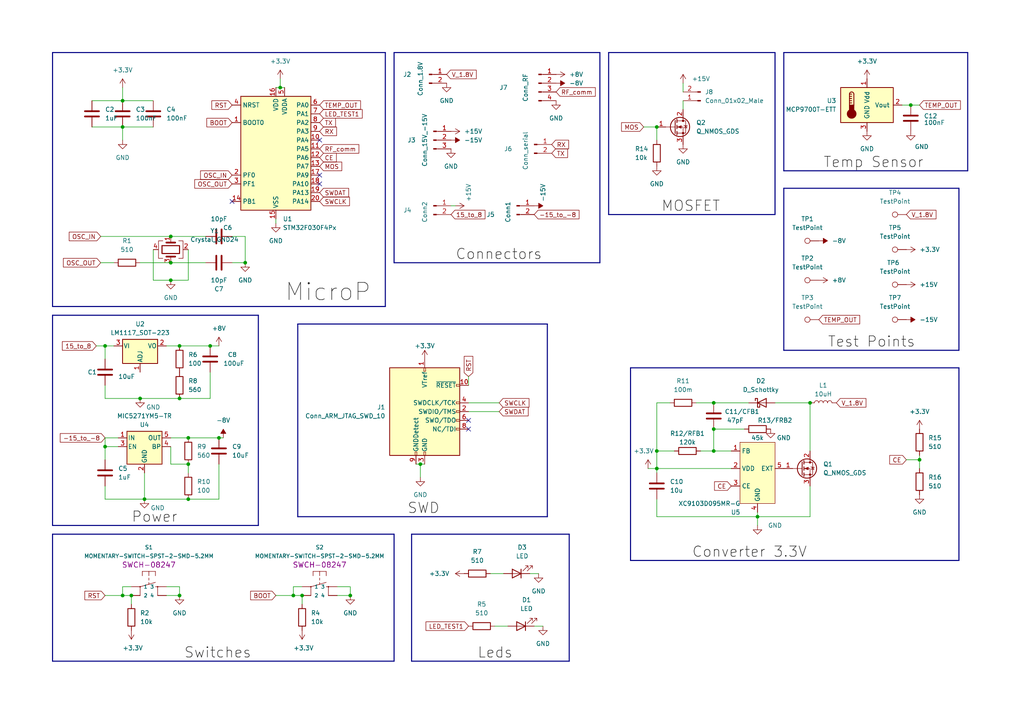
<source format=kicad_sch>
(kicad_sch (version 20230121) (generator eeschema)
  (paper "A4")
  (lib_symbols
    (symbol "Connector:Conn_01x02_Male" (pin_names (offset 1.016) hide)
      (property "Reference" "J" (at 0 2.54 0))
      (property "Value" "Conn_01x02_Male" (at 0 -5.08 0))
      (symbol "Conn_01x02_Male_1_1"
        (pin passive line (at 5.08 0 180) (length 3.81) (name "Pin_1") (number "1"))
        (pin passive line (at 5.08 -2.54 180) (length 3.81) (name "Pin_2") (number "2"))
      )
    )
    (symbol "Connector:Conn_01x03_Male" (pin_names (offset 1.016) hide)
      (property "Reference" "J" (at 0 5.08 0))
      (property "Value" "Conn_01x03_Male" (at 0 -5.08 0))
      (symbol "Conn_01x03_Male_1_1"
        (pin passive line (at 5.08 2.54 180) (length 3.81) (name "Pin_1") (number "1"))
        (pin passive line (at 5.08 0 180) (length 3.81) (name "Pin_2") (number "2"))
        (pin passive line (at 5.08 -2.54 180) (length 3.81) (name "Pin_3") (number "3"))
      )
    )
    (symbol "Connector:Conn_01x04_Male" (pin_names (offset 1.016) hide)
      (property "Reference" "J" (at 0 5.08 0))
      (property "Value" "Conn_01x04_Male" (at 0 -7.62 0))
      (symbol "Conn_01x04_Male_1_1"
        (pin passive line (at 5.08 2.54 180) (length 3.81) (name "Pin_1") (number "1"))
        (pin passive line (at 5.08 0 180) (length 3.81) (name "Pin_2") (number "2"))
        (pin passive line (at 5.08 -2.54 180) (length 3.81) (name "Pin_3") (number "3"))
        (pin passive line (at 5.08 -5.08 180) (length 3.81) (name "Pin_4") (number "4"))
      )
    )
    (symbol "Connector:Conn_ARM_JTAG_SWD_10" (pin_names (offset 1.016))
      (property "Reference" "J" (at -2.54 16.51 0))
      (property "Value" "Conn_ARM_JTAG_SWD_10" (at -2.54 13.97 0))
      (symbol "Conn_ARM_JTAG_SWD_10_1_1"
        (pin power_in line (at 0 15.24 270) (length 2.54) (name "VTref") (number "1"))
        (pin open_collector line (at 12.7 7.62 180) (length 2.54) (name "~{RESET}") (number "10"))
        (pin bidirectional line (at 12.7 0 180) (length 2.54) (name "SWDIO/TMS") (number "2"))
        (pin power_in line (at 0 -15.24 90) (length 2.54) (name "GND") (number "3"))
        (pin output line (at 12.7 2.54 180) (length 2.54) (name "SWDCLK/TCK") (number "4"))
        (pin passive line (at 0 -15.24 90) (length 2.54) hide (name "GND") (number "5"))
        (pin input line (at 12.7 -2.54 180) (length 2.54) (name "SWO/TDO") (number "6"))
        (pin no_connect line (at -10.16 0 0) (length 2.54) hide (name "KEY") (number "7"))
        (pin output line (at 12.7 -5.08 180) (length 2.54) (name "NC/TDI") (number "8"))
        (pin passive line (at -2.54 -15.24 90) (length 2.54) (name "GNDDetect") (number "9"))
      )
    )
    (symbol "Connector:TestPoint" (pin_numbers hide) (pin_names (offset 0.762) hide)
      (property "Reference" "TP" (at 0 6.858 0))
      (property "Value" "TestPoint" (at 0 5.08 0))
      (symbol "TestPoint_1_1"
        (pin passive line (at 0 0 90) (length 2.54) (name "1") (number "1"))
      )
    )
    (symbol "Device:C" (pin_numbers hide) (pin_names (offset 0.254))
      (property "Reference" "C" (at 0.635 2.54 0))
      (property "Value" "C" (at 0.635 -2.54 0))
      (symbol "C_1_1"
        (pin passive line (at 0 3.81 270) (length 2.794) (name "~") (number "1"))
        (pin passive line (at 0 -3.81 90) (length 2.794) (name "~") (number "2"))
      )
    )
    (symbol "Device:Crystal_GND24" (pin_names (offset 1.016) hide)
      (property "Reference" "Y" (at 3.175 5.08 0))
      (property "Value" "Crystal_GND24" (at 3.175 3.175 0))
      (symbol "Crystal_GND24_1_1"
        (pin passive line (at -3.81 0 0) (length 1.27) (name "1") (number "1"))
        (pin passive line (at 0 5.08 270) (length 1.27) (name "2") (number "2"))
        (pin passive line (at 3.81 0 180) (length 1.27) (name "3") (number "3"))
        (pin passive line (at 0 -5.08 90) (length 1.27) (name "4") (number "4"))
      )
    )
    (symbol "Device:D_Schottky" (pin_numbers hide) (pin_names (offset 1.016) hide)
      (property "Reference" "D" (at 0 2.54 0))
      (property "Value" "D_Schottky" (at 0 -2.54 0))
      (symbol "D_Schottky_1_1"
        (pin passive line (at -3.81 0 0) (length 2.54) (name "K") (number "1"))
        (pin passive line (at 3.81 0 180) (length 2.54) (name "A") (number "2"))
      )
    )
    (symbol "Device:L" (pin_numbers hide) (pin_names (offset 1.016) hide)
      (property "Reference" "L" (at -1.27 0 90))
      (property "Value" "L" (at 1.905 0 90))
      (symbol "L_1_1"
        (pin passive line (at 0 3.81 270) (length 1.27) (name "1") (number "1"))
        (pin passive line (at 0 -3.81 90) (length 1.27) (name "2") (number "2"))
      )
    )
    (symbol "Device:LED" (pin_numbers hide) (pin_names (offset 1.016) hide)
      (property "Reference" "D" (at 0 2.54 0))
      (property "Value" "LED" (at 0 -2.54 0))
      (symbol "LED_1_1"
        (pin passive line (at -3.81 0 0) (length 2.54) (name "K") (number "1"))
        (pin passive line (at 3.81 0 180) (length 2.54) (name "A") (number "2"))
      )
    )
    (symbol "Device:Q_NMOS_GDS" (pin_names (offset 0) hide)
      (property "Reference" "Q" (at 5.08 1.27 0))
      (property "Value" "Q_NMOS_GDS" (at 5.08 -1.27 0))
      (symbol "Q_NMOS_GDS_1_1"
        (pin input line (at -5.08 0 0) (length 2.54) (name "G") (number "1"))
        (pin passive line (at 2.54 5.08 270) (length 2.54) (name "D") (number "2"))
        (pin passive line (at 2.54 -5.08 90) (length 2.54) (name "S") (number "3"))
      )
    )
    (symbol "Device:R" (pin_numbers hide) (pin_names (offset 0))
      (property "Reference" "R" (at 2.032 0 90))
      (property "Value" "R" (at 0 0 90))
      (symbol "R_1_1"
        (pin passive line (at 0 3.81 270) (length 1.27) (name "~") (number "1"))
        (pin passive line (at 0 -3.81 90) (length 1.27) (name "~") (number "2"))
      )
    )
    (symbol "MCU_ST_STM32F0:STM32F030F4Px"
      (property "Reference" "U" (at -10.16 16.51 0))
      (property "Value" "STM32F030F4Px" (at 5.08 16.51 0))
      (symbol "STM32F030F4Px_1_1"
        (pin input line (at -12.7 7.62 0) (length 2.54) (name "BOOT0") (number "1"))
        (pin bidirectional line (at 12.7 2.54 180) (length 2.54) (name "PA4") (number "10"))
        (pin bidirectional line (at 12.7 0 180) (length 2.54) (name "PA5") (number "11"))
        (pin bidirectional line (at 12.7 -2.54 180) (length 2.54) (name "PA6") (number "12"))
        (pin bidirectional line (at 12.7 -5.08 180) (length 2.54) (name "PA7") (number "13"))
        (pin bidirectional line (at -12.7 -15.24 0) (length 2.54) (name "PB1") (number "14"))
        (pin power_in line (at 0 -20.32 90) (length 2.54) (name "VSS") (number "15"))
        (pin power_in line (at 0 17.78 270) (length 2.54) (name "VDD") (number "16"))
        (pin bidirectional line (at 12.7 -7.62 180) (length 2.54) (name "PA9") (number "17"))
        (pin bidirectional line (at 12.7 -10.16 180) (length 2.54) (name "PA10") (number "18"))
        (pin bidirectional line (at 12.7 -12.7 180) (length 2.54) (name "PA13") (number "19"))
        (pin input line (at -12.7 -7.62 0) (length 2.54) (name "PF0") (number "2"))
        (pin bidirectional line (at 12.7 -15.24 180) (length 2.54) (name "PA14") (number "20"))
        (pin input line (at -12.7 -10.16 0) (length 2.54) (name "PF1") (number "3"))
        (pin input line (at -12.7 12.7 0) (length 2.54) (name "NRST") (number "4"))
        (pin power_in line (at 2.54 17.78 270) (length 2.54) (name "VDDA") (number "5"))
        (pin bidirectional line (at 12.7 12.7 180) (length 2.54) (name "PA0") (number "6"))
        (pin bidirectional line (at 12.7 10.16 180) (length 2.54) (name "PA1") (number "7"))
        (pin bidirectional line (at 12.7 7.62 180) (length 2.54) (name "PA2") (number "8"))
        (pin bidirectional line (at 12.7 5.08 180) (length 2.54) (name "PA3") (number "9"))
      )
    )
    (symbol "New_Library:XC9103D095MR-G"
      (property "Reference" "U" (at 22.86 8.89 0))
      (property "Value" "XC9103D095MR-G" (at 22.86 13.97 0))
      (symbol "XC9103D095MR-G_1_1"
        (pin unspecified line (at -24.13 -5.08 0) (length 2.54) (name "FB") (number "1"))
        (pin input line (at -24.13 -10.16 0) (length 2.54) (name "VDD") (number "2"))
        (pin input line (at -24.13 -15.24 0) (length 2.54) (name "CE") (number "3"))
        (pin power_in line (at -16.51 -22.86 90) (length 2.54) (name "GND") (number "4"))
        (pin output line (at -8.89 -10.16 180) (length 2.54) (name "EXT") (number "5"))
      )
    )
    (symbol "Regulator_Linear:LM317_SOT-223" (pin_names (offset 0.254))
      (property "Reference" "U" (at -3.81 3.175 0))
      (property "Value" "LM317_SOT-223" (at 0 3.175 0))
      (symbol "LM317_SOT-223_1_1"
        (pin input line (at 0 -7.62 90) (length 2.54) (name "ADJ") (number "1"))
        (pin power_out line (at 7.62 0 180) (length 2.54) (name "VO") (number "2"))
        (pin power_in line (at -7.62 0 0) (length 2.54) (name "VI") (number "3"))
      )
    )
    (symbol "Regulator_Linear:MIC5205-3.0YM5" (pin_names (offset 0.254))
      (property "Reference" "U" (at -3.81 5.715 0))
      (property "Value" "MIC5205-3.0YM5" (at 0 5.715 0))
      (symbol "MIC5205-3.0YM5_1_1"
        (pin power_in line (at -7.62 2.54 0) (length 2.54) (name "IN") (number "1"))
        (pin power_in line (at 0 -7.62 90) (length 2.54) (name "GND") (number "2"))
        (pin input line (at -7.62 0 0) (length 2.54) (name "EN") (number "3"))
        (pin input line (at 7.62 0 180) (length 2.54) (name "BP") (number "4"))
        (pin power_out line (at 7.62 2.54 180) (length 2.54) (name "OUT") (number "5"))
      )
    )
    (symbol "Sensor_Temperature:MCP9700T-ETT" (pin_names (offset 1.016))
      (property "Reference" "U" (at -6.35 6.35 0))
      (property "Value" "MCP9700T-ETT" (at 1.27 6.35 0))
      (symbol "MCP9700T-ETT_1_1"
        (pin power_in line (at 0 7.62 270) (length 2.54) (name "Vdd") (number "1"))
        (pin output line (at 10.16 0 180) (length 2.54) (name "Vout") (number "2"))
        (pin power_in line (at 0 -7.62 90) (length 2.54) (name "GND") (number "3"))
      )
    )
    (symbol "SparkFun-Switches:MOMENTARY-SWITCH-SPST-2-SMD-5.2MM" (pin_numbers hide) (pin_names (offset 1.016))
      (property "Reference" "S" (at -5.08 1.27 0))
      (property "Value" "MOMENTARY-SWITCH-SPST-2-SMD-5.2MM" (at -5.08 -5.08 0))
      (property "Field4" "SWCH-08247" (at 0 7.62 0))
      (symbol "MOMENTARY-SWITCH-SPST-2-SMD-5.2MM_1_1"
        (pin passive line (at -5.08 0 0) (length 2.54) (name "1") (number "1"))
        (pin passive line (at -5.08 -2.54 0) (length 2.54) (name "2") (number "2"))
        (pin passive line (at 5.08 0 180) (length 2.54) (name "3") (number "3"))
        (pin passive line (at 5.08 -2.54 180) (length 2.54) (name "4") (number "4"))
      )
    )
    (symbol "power:+15V" (power) (pin_names (offset 0))
      (property "Value" "+15V" (at 0 3.556 0))
      (symbol "+15V_1_1"
        (pin power_in line (at 0 0 90) (length 0) hide (name "+15V") (number "1"))
      )
    )
    (symbol "power:+3.3V" (power) (pin_names (offset 0))
      (property "Value" "+3.3V" (at 0 3.556 0))
      (symbol "+3.3V_1_1"
        (pin power_in line (at 0 0 90) (length 0) hide (name "+3.3V") (number "1"))
      )
    )
    (symbol "power:+8V" (power) (pin_names (offset 0))
      (property "Value" "+8V" (at 0 3.556 0))
      (symbol "+8V_1_1"
        (pin power_in line (at 0 0 90) (length 0) hide (name "+8V") (number "1"))
      )
    )
    (symbol "power:-15V" (power) (pin_names (offset 0))
      (property "Value" "-15V" (at 0 3.81 0))
      (symbol "-15V_0_0"
        (pin power_in line (at 0 0 90) (length 0) hide (name "-15V") (number "1"))
      )
    )
    (symbol "power:-8V" (power) (pin_names (offset 0))
      (property "Value" "-8V" (at 0 3.81 0))
      (symbol "-8V_0_0"
        (pin power_in line (at 0 0 90) (length 0) hide (name "-8V") (number "1"))
      )
    )
    (symbol "power:GND" (power) (pin_names (offset 0))
      (property "Value" "GND" (at 0 -3.81 0))
      (symbol "GND_1_1"
        (pin power_in line (at 0 0 270) (length 0) hide (name "GND") (number "1"))
      )
    )
  )
  (junction (at 54.61 134.62))
  (junction (at 190.5 135.89))
  (junction (at 38.1 172.72))
  (junction (at 264.16 30.48))
  (junction (at 40.64 115.57))
  (junction (at 266.7 133.35))
  (junction (at 190.5 130.81))
  (junction (at 71.12 76.2))
  (junction (at 63.5 127))
  (junction (at 60.96 100.33))
  (junction (at 219.71 149.86))
  (junction (at 121.92 134.62))
  (junction (at 30.48 129.54))
  (junction (at 49.53 68.58))
  (junction (at 52.07 115.57))
  (junction (at 52.07 172.72))
  (junction (at 85.09 172.72))
  (junction (at 87.63 172.72))
  (junction (at 35.56 29.21))
  (junction (at 35.56 36.83))
  (junction (at 190.5 36.83))
  (junction (at 81.28 25.4))
  (junction (at 52.07 100.33))
  (junction (at 207.01 116.84))
  (junction (at 49.53 76.2))
  (junction (at 54.61 144.78))
  (junction (at 54.61 127))
  (junction (at 35.56 172.72))
  (junction (at 101.6 172.72))
  (junction (at 207.01 130.81))
  (junction (at 234.95 116.84))
  (junction (at 30.48 100.33))
  (junction (at 49.53 81.28))
  (junction (at 207.01 124.46))
  (junction (at 41.91 144.78))
  (no_connect (at 135.89 121.92))
  (no_connect (at 135.89 124.46))
  (no_connect (at 92.71 53.34))
  (no_connect (at 92.71 40.64))
  (no_connect (at 67.31 58.42))
  (no_connect (at 92.71 50.8))
  (wire (pts (xy 67.31 76.2) (xy 71.12 76.2)))
  (wire (pts (xy 207.01 116.84) (xy 217.17 116.84)))
  (wire (pts (xy 143.51 181.61) (xy 147.32 181.61)))
  (wire (pts (xy 26.67 36.83) (xy 35.56 36.83)))
  (wire (pts (xy 26.67 29.21) (xy 35.56 29.21)))
  (wire (pts (xy 101.6 170.18) (xy 101.6 172.72)))
  (wire (pts (xy 63.5 127) (xy 64.77 127)))
  (bus (pts (xy 227.33 101.6) (xy 278.13 101.6)))
  (wire (pts (xy 85.09 170.18) (xy 85.09 172.72)))
  (wire (pts (xy 29.21 76.2) (xy 33.02 76.2)))
  (bus (pts (xy 114.3 154.94) (xy 114.3 191.77)))
  (wire (pts (xy 219.71 149.86) (xy 219.71 152.4)))
  (wire (pts (xy 207.01 124.46) (xy 207.01 130.81)))
  (wire (pts (xy 262.89 133.35) (xy 266.7 133.35)))
  (wire (pts (xy 40.64 115.57) (xy 30.48 115.57)))
  (bus (pts (xy 176.53 15.24) (xy 176.53 62.23)))
  (wire (pts (xy 35.56 36.83) (xy 35.56 40.64)))
  (wire (pts (xy 52.07 100.33) (xy 60.96 100.33)))
  (wire (pts (xy 40.64 76.2) (xy 49.53 76.2)))
  (wire (pts (xy 121.92 138.43) (xy 121.92 134.62)))
  (bus (pts (xy 114.3 15.24) (xy 173.99 15.24)))
  (wire (pts (xy 54.61 81.28) (xy 49.53 81.28)))
  (bus (pts (xy 119.38 154.94) (xy 165.1 154.94)))
  (wire (pts (xy 135.89 109.22) (xy 135.89 111.76)))
  (wire (pts (xy 52.07 170.18) (xy 52.07 172.72)))
  (wire (pts (xy 194.31 116.84) (xy 190.5 116.84)))
  (wire (pts (xy 198.12 24.13) (xy 198.12 26.67)))
  (bus (pts (xy 176.53 15.24) (xy 224.79 15.24)))
  (wire (pts (xy 87.63 170.18) (xy 85.09 170.18)))
  (wire (pts (xy 201.93 116.84) (xy 207.01 116.84)))
  (wire (pts (xy 190.5 130.81) (xy 190.5 135.89)))
  (bus (pts (xy 74.93 91.44) (xy 74.93 152.4)))
  (wire (pts (xy 60.96 115.57) (xy 60.96 107.95)))
  (wire (pts (xy 234.95 149.86) (xy 234.95 140.97)))
  (wire (pts (xy 30.48 129.54) (xy 30.48 127)))
  (wire (pts (xy 135.89 116.84) (xy 144.78 116.84)))
  (wire (pts (xy 30.48 100.33) (xy 30.48 104.14)))
  (wire (pts (xy 30.48 127) (xy 34.29 127)))
  (wire (pts (xy 80.01 172.72) (xy 85.09 172.72)))
  (wire (pts (xy 190.5 137.16) (xy 190.5 135.89)))
  (wire (pts (xy 97.79 170.18) (xy 101.6 170.18)))
  (wire (pts (xy 54.61 134.62) (xy 54.61 137.16)))
  (wire (pts (xy 264.16 30.48) (xy 266.7 30.48)))
  (wire (pts (xy 219.71 149.86) (xy 190.5 149.86)))
  (wire (pts (xy 207.01 130.81) (xy 212.09 130.81)))
  (wire (pts (xy 29.21 68.58) (xy 49.53 68.58)))
  (wire (pts (xy 190.5 130.81) (xy 195.58 130.81)))
  (bus (pts (xy 227.33 49.53) (xy 280.67 49.53)))
  (wire (pts (xy 49.53 68.58) (xy 59.69 68.58)))
  (bus (pts (xy 224.79 62.23) (xy 176.53 62.23)))
  (bus (pts (xy 173.99 15.24) (xy 173.99 76.2)))
  (wire (pts (xy 207.01 124.46) (xy 215.9 124.46)))
  (wire (pts (xy 38.1 172.72) (xy 38.1 175.26)))
  (wire (pts (xy 27.94 100.33) (xy 30.48 100.33)))
  (wire (pts (xy 30.48 129.54) (xy 34.29 129.54)))
  (bus (pts (xy 280.67 49.53) (xy 280.67 15.24)))
  (bus (pts (xy 111.76 15.24) (xy 111.76 88.9)))
  (wire (pts (xy 234.95 116.84) (xy 234.95 130.81)))
  (wire (pts (xy 30.48 133.35) (xy 30.48 129.54)))
  (bus (pts (xy 114.3 191.77) (xy 15.24 191.77)))
  (wire (pts (xy 261.62 30.48) (xy 264.16 30.48)))
  (bus (pts (xy 227.33 54.61) (xy 227.33 101.6)))
  (bus (pts (xy 278.13 54.61) (xy 227.33 54.61)))
  (wire (pts (xy 67.31 68.58) (xy 71.12 68.58)))
  (wire (pts (xy 30.48 144.78) (xy 30.48 140.97)))
  (bus (pts (xy 15.24 154.94) (xy 15.24 191.77)))
  (wire (pts (xy 41.91 144.78) (xy 30.48 144.78)))
  (wire (pts (xy 48.26 170.18) (xy 52.07 170.18)))
  (wire (pts (xy 71.12 68.58) (xy 71.12 76.2)))
  (bus (pts (xy 227.33 15.24) (xy 280.67 15.24)))
  (wire (pts (xy 35.56 172.72) (xy 38.1 172.72)))
  (wire (pts (xy 190.5 149.86) (xy 190.5 144.78)))
  (wire (pts (xy 35.56 36.83) (xy 44.45 36.83)))
  (bus (pts (xy 114.3 15.24) (xy 114.3 76.2)))
  (wire (pts (xy 190.5 116.84) (xy 190.5 130.81)))
  (wire (pts (xy 35.56 170.18) (xy 35.56 172.72)))
  (wire (pts (xy 49.53 76.2) (xy 59.69 76.2)))
  (bus (pts (xy 15.24 152.4) (xy 15.24 91.44)))
  (wire (pts (xy 35.56 25.4) (xy 35.56 29.21)))
  (bus (pts (xy 227.33 15.24) (xy 227.33 49.53)))
  (wire (pts (xy 219.71 148.59) (xy 219.71 149.86)))
  (bus (pts (xy 278.13 106.68) (xy 278.13 162.56)))
  (bus (pts (xy 86.36 93.98) (xy 158.75 93.98)))
  (bus (pts (xy 165.1 191.77) (xy 165.1 154.94)))
  (bus (pts (xy 15.24 88.9) (xy 15.24 15.24)))
  (bus (pts (xy 119.38 191.77) (xy 165.1 191.77)))
  (wire (pts (xy 80.01 63.5) (xy 80.01 64.77)))
  (wire (pts (xy 63.5 144.78) (xy 54.61 144.78)))
  (wire (pts (xy 52.07 115.57) (xy 60.96 115.57)))
  (bus (pts (xy 15.24 152.4) (xy 74.93 152.4)))
  (wire (pts (xy 41.91 144.78) (xy 41.91 137.16)))
  (wire (pts (xy 81.28 22.86) (xy 81.28 25.4)))
  (wire (pts (xy 154.94 181.61) (xy 157.48 181.61)))
  (wire (pts (xy 219.71 149.86) (xy 234.95 149.86)))
  (wire (pts (xy 266.7 133.35) (xy 266.7 132.08)))
  (wire (pts (xy 48.26 100.33) (xy 52.07 100.33)))
  (bus (pts (xy 278.13 101.6) (xy 278.13 54.61)))
  (wire (pts (xy 44.45 81.28) (xy 44.45 72.39)))
  (wire (pts (xy 135.89 119.38) (xy 144.78 119.38)))
  (wire (pts (xy 49.53 127) (xy 54.61 127)))
  (wire (pts (xy 35.56 29.21) (xy 44.45 29.21)))
  (wire (pts (xy 49.53 129.54) (xy 49.53 134.62)))
  (wire (pts (xy 48.26 172.72) (xy 52.07 172.72)))
  (wire (pts (xy 38.1 170.18) (xy 35.56 170.18)))
  (bus (pts (xy 173.99 76.2) (xy 114.3 76.2)))
  (wire (pts (xy 121.92 134.62) (xy 123.19 134.62)))
  (wire (pts (xy 30.48 100.33) (xy 33.02 100.33)))
  (bus (pts (xy 119.38 154.94) (xy 119.38 191.77)))
  (bus (pts (xy 15.24 88.9) (xy 111.76 88.9)))
  (bus (pts (xy 278.13 162.56) (xy 182.88 162.56)))
  (wire (pts (xy 153.67 166.37) (xy 156.21 166.37)))
  (wire (pts (xy 190.5 36.83) (xy 190.5 40.64)))
  (wire (pts (xy 130.81 59.69) (xy 132.08 59.69)))
  (wire (pts (xy 49.53 81.28) (xy 44.45 81.28)))
  (wire (pts (xy 198.12 29.21) (xy 198.12 31.75)))
  (wire (pts (xy 97.79 172.72) (xy 101.6 172.72)))
  (wire (pts (xy 54.61 72.39) (xy 54.61 81.28)))
  (wire (pts (xy 54.61 144.78) (xy 41.91 144.78)))
  (bus (pts (xy 15.24 91.44) (xy 74.93 91.44)))
  (wire (pts (xy 224.79 116.84) (xy 234.95 116.84)))
  (bus (pts (xy 224.79 15.24) (xy 224.79 62.23)))
  (wire (pts (xy 85.09 172.72) (xy 87.63 172.72)))
  (wire (pts (xy 30.48 111.76) (xy 30.48 115.57)))
  (wire (pts (xy 187.96 135.89) (xy 190.5 135.89)))
  (bus (pts (xy 15.24 15.24) (xy 111.76 15.24)))
  (wire (pts (xy 54.61 127) (xy 63.5 127)))
  (wire (pts (xy 186.69 36.83) (xy 190.5 36.83)))
  (wire (pts (xy 266.7 133.35) (xy 266.7 135.89)))
  (bus (pts (xy 182.88 106.68) (xy 278.13 106.68)))
  (bus (pts (xy 15.24 154.94) (xy 114.3 154.94)))
  (wire (pts (xy 203.2 130.81) (xy 207.01 130.81)))
  (bus (pts (xy 182.88 106.68) (xy 182.88 162.56)))
  (wire (pts (xy 190.5 135.89) (xy 212.09 135.89)))
  (bus (pts (xy 158.75 93.98) (xy 158.75 149.86)))
  (wire (pts (xy 49.53 134.62) (xy 54.61 134.62)))
  (wire (pts (xy 40.64 115.57) (xy 52.07 115.57)))
  (wire (pts (xy 121.92 134.62) (xy 120.65 134.62)))
  (wire (pts (xy 80.01 25.4) (xy 81.28 25.4)))
  (wire (pts (xy 60.96 100.33) (xy 63.5 100.33)))
  (wire (pts (xy 30.48 172.72) (xy 35.56 172.72)))
  (wire (pts (xy 142.24 166.37) (xy 146.05 166.37)))
  (wire (pts (xy 81.28 25.4) (xy 82.55 25.4)))
  (wire (pts (xy 63.5 134.62) (xy 63.5 144.78)))
  (wire (pts (xy 87.63 172.72) (xy 87.63 175.26)))
  (bus (pts (xy 158.75 149.86) (xy 86.36 149.86)))
  (bus (pts (xy 86.36 93.98) (xy 86.36 149.86)))
  (label "MOSFET" (at 191.77 62.23 0) (effects (font (size 3 3))))
  (label "MicroP" (at 82.55 88.9 0) (effects (font (size 5 5))))
  (label "SWD" (at 118.11 149.86 0) (effects (font (size 3 3))))
  (label "Temp Sensor" (at 238.76 49.53 0) (effects (font (size 3 3))))
  (label "Switches" (at 53.34 191.77 0) (effects (font (size 3 3))))
  (label "Leds" (at 138.43 191.77 0) (effects (font (size 3 3))))
  (label "Test Points" (at 240.03 101.6 0) (effects (font (size 3 3))))
  (label "Power" (at 38.1 152.4 0) (effects (font (size 3 3))))
  (label "Converter 3.3V" (at 200.66 162.56 0) (effects (font (size 3 3))))
  (label "Connectors" (at 132.08 76.2 0) (effects (font (size 3 3))))
  (global_label "TX" (shape input) (at 160.02 44.45 0) (property "Intersheetrefs" "${INTERSHEET_REFS}" (effects hide)) (property "Références Inter-Feuilles" "${INTERSHEET_REFS}" (effects hide)))
  (global_label "SWDAT" (shape input) (at 144.78 119.38 0) (property "Intersheetrefs" "${INTERSHEET_REFS}" (effects hide)) (property "Références Inter-Feuilles" "${INTERSHEET_REFS}" (effects hide)))
  (global_label "15_to_8" (shape input) (at 27.94 100.33 180) (property "Intersheetrefs" "${INTERSHEET_REFS}" (effects hide)) (property "Références Inter-Feuilles" "${INTERSHEET_REFS}" (effects hide)))
  (global_label "LED_TEST1" (shape input) (at 135.89 181.61 180) (property "Intersheetrefs" "${INTERSHEET_REFS}" (effects hide)) (property "Références Inter-Feuilles" "${INTERSHEET_REFS}" (effects hide)))
  (global_label "V_1.8V" (shape input) (at 242.57 116.84 0) (property "Intersheetrefs" "${INTERSHEET_REFS}" (effects hide)) (property "Références Inter-Feuilles" "${INTERSHEET_REFS}" (effects hide)))
  (global_label "TEMP_OUT" (shape input) (at 237.49 92.71 0) (property "Intersheetrefs" "${INTERSHEET_REFS}" (effects hide)) (property "Références Inter-Feuilles" "${INTERSHEET_REFS}" (effects hide)))
  (global_label "V_1.8V" (shape input) (at 262.89 62.23 0) (property "Intersheetrefs" "${INTERSHEET_REFS}" (effects hide)) (property "Références Inter-Feuilles" "${INTERSHEET_REFS}" (effects hide)))
  (global_label "OSC_IN" (shape input) (at 29.21 68.58 180) (property "Intersheetrefs" "${INTERSHEET_REFS}" (effects hide)) (property "Références Inter-Feuilles" "${INTERSHEET_REFS}" (effects hide)))
  (global_label "RX" (shape input) (at 92.71 38.1 0) (property "Intersheetrefs" "${INTERSHEET_REFS}" (effects hide)) (property "Références Inter-Feuilles" "${INTERSHEET_REFS}" (effects hide)))
  (global_label "RF_comm" (shape input) (at 92.71 43.18 0) (property "Intersheetrefs" "${INTERSHEET_REFS}" (effects hide)) (property "Références Inter-Feuilles" "${INTERSHEET_REFS}" (effects hide)))
  (global_label "MOS" (shape input) (at 92.71 48.26 0) (property "Intersheetrefs" "${INTERSHEET_REFS}" (effects hide)) (property "Références Inter-Feuilles" "${INTERSHEET_REFS}" (effects hide)))
  (global_label "RST" (shape input) (at 30.48 172.72 180) (property "Intersheetrefs" "${INTERSHEET_REFS}" (effects hide)) (property "Références Inter-Feuilles" "${INTERSHEET_REFS}" (effects hide)))
  (global_label "BOOT" (shape input) (at 80.01 172.72 180) (property "Intersheetrefs" "${INTERSHEET_REFS}" (effects hide)) (property "Références Inter-Feuilles" "${INTERSHEET_REFS}" (effects hide)))
  (global_label "SWCLK" (shape input) (at 144.78 116.84 0) (property "Intersheetrefs" "${INTERSHEET_REFS}" (effects hide)) (property "Références Inter-Feuilles" "${INTERSHEET_REFS}" (effects hide)))
  (global_label "TEMP_OUT" (shape input) (at 266.7 30.48 0) (property "Intersheetrefs" "${INTERSHEET_REFS}" (effects hide)) (property "Références Inter-Feuilles" "${INTERSHEET_REFS}" (effects hide)))
  (global_label "BOOT" (shape input) (at 67.31 35.56 180) (property "Intersheetrefs" "${INTERSHEET_REFS}" (effects hide)) (property "Références Inter-Feuilles" "${INTERSHEET_REFS}" (effects hide)))
  (global_label "OSC_OUT" (shape input) (at 67.31 53.34 180) (property "Intersheetrefs" "${INTERSHEET_REFS}" (effects hide)) (property "Références Inter-Feuilles" "${INTERSHEET_REFS}" (effects hide)))
  (global_label "RF_comm" (shape input) (at 161.29 26.67 0) (property "Intersheetrefs" "${INTERSHEET_REFS}" (effects hide)) (property "Références Inter-Feuilles" "${INTERSHEET_REFS}" (effects hide)))
  (global_label "SWDAT" (shape input) (at 92.71 55.88 0) (property "Intersheetrefs" "${INTERSHEET_REFS}" (effects hide)) (property "Références Inter-Feuilles" "${INTERSHEET_REFS}" (effects hide)))
  (global_label "CE" (shape input) (at 212.09 140.97 180) (property "Intersheetrefs" "${INTERSHEET_REFS}" (effects hide)) (property "Références Inter-Feuilles" "${INTERSHEET_REFS}" (effects hide)))
  (global_label "LED_TEST1" (shape input) (at 92.71 33.02 0) (property "Intersheetrefs" "${INTERSHEET_REFS}" (effects hide)) (property "Références Inter-Feuilles" "${INTERSHEET_REFS}" (effects hide)))
  (global_label "RX" (shape input) (at 160.02 41.91 0) (property "Intersheetrefs" "${INTERSHEET_REFS}" (effects hide)) (property "Références Inter-Feuilles" "${INTERSHEET_REFS}" (effects hide)))
  (global_label "MOS" (shape input) (at 186.69 36.83 180) (property "Intersheetrefs" "${INTERSHEET_REFS}" (effects hide)) (property "Références Inter-Feuilles" "${INTERSHEET_REFS}" (effects hide)))
  (global_label "15_to_8" (shape input) (at 130.81 62.23 0) (property "Intersheetrefs" "${INTERSHEET_REFS}" (effects hide)) (property "Références Inter-Feuilles" "${INTERSHEET_REFS}" (effects hide)))
  (global_label "-15_to_-8" (shape input) (at 30.48 127 180) (property "Intersheetrefs" "${INTERSHEET_REFS}" (effects hide)) (property "Références Inter-Feuilles" "${INTERSHEET_REFS}" (effects hide)))
  (global_label "CE" (shape input) (at 262.89 133.35 180) (property "Intersheetrefs" "${INTERSHEET_REFS}" (effects hide)) (property "Références Inter-Feuilles" "${INTERSHEET_REFS}" (effects hide)))
  (global_label "OSC_IN" (shape input) (at 67.31 50.8 180) (property "Intersheetrefs" "${INTERSHEET_REFS}" (effects hide)) (property "Références Inter-Feuilles" "${INTERSHEET_REFS}" (effects hide)))
  (global_label "CE" (shape input) (at 92.71 45.72 0) (property "Intersheetrefs" "${INTERSHEET_REFS}" (effects hide)) (property "Références Inter-Feuilles" "${INTERSHEET_REFS}" (effects hide)))
  (global_label "TEMP_OUT" (shape input) (at 92.71 30.48 0) (property "Intersheetrefs" "${INTERSHEET_REFS}" (effects hide)) (property "Références Inter-Feuilles" "${INTERSHEET_REFS}" (effects hide)))
  (global_label "TX" (shape input) (at 92.71 35.56 0) (property "Intersheetrefs" "${INTERSHEET_REFS}" (effects hide)) (property "Références Inter-Feuilles" "${INTERSHEET_REFS}" (effects hide)))
  (global_label "OSC_OUT" (shape input) (at 29.21 76.2 180) (property "Intersheetrefs" "${INTERSHEET_REFS}" (effects hide)) (property "Références Inter-Feuilles" "${INTERSHEET_REFS}" (effects hide)))
  (global_label "V_1.8V" (shape input) (at 129.54 21.59 0) (property "Intersheetrefs" "${INTERSHEET_REFS}" (effects hide)) (property "Références Inter-Feuilles" "${INTERSHEET_REFS}" (effects hide)))
  (global_label "RST" (shape input) (at 67.31 30.48 180) (property "Intersheetrefs" "${INTERSHEET_REFS}" (effects hide)) (property "Références Inter-Feuilles" "${INTERSHEET_REFS}" (effects hide)))
  (global_label "-15_to_-8" (shape input) (at 154.94 62.23 0) (property "Intersheetrefs" "${INTERSHEET_REFS}" (effects hide)) (property "Références Inter-Feuilles" "${INTERSHEET_REFS}" (effects hide)))
  (global_label "RST" (shape input) (at 135.89 109.22 90) (property "Intersheetrefs" "${INTERSHEET_REFS}" (effects hide)) (property "Références Inter-Feuilles" "${INTERSHEET_REFS}" (effects hide)))
  (global_label "SWCLK" (shape input) (at 92.71 58.42 0) (property "Intersheetrefs" "${INTERSHEET_REFS}" (effects hide)) (property "Références Inter-Feuilles" "${INTERSHEET_REFS}" (effects hide)))
  (symbol (lib_id "power:+8V") (at 63.5 100.33 0) (unit 1)
    (property "Reference" "#PWR0103" (effects hide))
    (property "Value" "+8V" (at 63.5 95.25 0))
  )
  (symbol (lib_id "power:GND") (at 266.7 143.51 0) (unit 1)
    (property "Reference" "#PWR0137" (effects hide))
    (property "Value" "GND" (at 266.7 148.59 0))
  )
  (symbol (lib_id "power:GND") (at 198.12 41.91 0) (unit 1)
    (property "Reference" "#PWR0134" (effects hide))
    (property "Value" "GND" (at 198.12 46.99 0))
  )
  (symbol (lib_id "Connector:TestPoint") (at 262.89 82.55 90) (unit 1)
    (property "Reference" "TP6" (at 259.08 76.2 90))
    (property "Value" "TestPoint" (at 259.588 78.74 90))
    (property "Footprint" "TestPoint:TestPoint_THTPad_D1.5mm_Drill0.7mm" (effects hide))
  )
  (symbol (lib_id "Connector:TestPoint") (at 237.49 92.71 90) (unit 1)
    (property "Reference" "TP3" (at 234.188 86.36 90))
    (property "Value" "TestPoint" (at 234.188 88.9 90))
    (property "Footprint" "TestPoint:TestPoint_THTPad_D1.5mm_Drill0.7mm" (effects hide))
  )
  (symbol (lib_id "power:+15V") (at 262.89 82.55 270) (unit 1)
    (property "Reference" "#PWR0141" (effects hide))
    (property "Value" "+15V" (at 266.7 82.5499 90) (effects (justify left)))
  )
  (symbol (lib_id "power:GND") (at 35.56 40.64 0) (unit 1)
    (property "Reference" "#PWR0102" (effects hide))
    (property "Value" "GND" (at 35.56 45.72 0))
  )
  (symbol (lib_id "power:+3.3V") (at 87.63 182.88 180) (unit 1)
    (property "Reference" "#PWR0110" (effects hide))
    (property "Value" "+3.3V" (at 85.09 187.96 0) (effects (justify right)))
  )
  (symbol (lib_id "Device:R") (at 190.5 44.45 0) (unit 1)
    (property "Reference" "R14" (at 184.15 43.18 0) (effects (justify left)))
    (property "Value" "10k" (at 184.15 45.72 0) (effects (justify left)))
    (property "Footprint" "Resistor_SMD:R_0603_1608Metric_Pad0.98x0.95mm_HandSolder" (effects hide))
  )
  (symbol (lib_id "Connector:Conn_01x02_Male") (at 124.46 21.59 0) (unit 1)
    (property "Reference" "J2" (at 118.11 21.59 0))
    (property "Value" "Conn_1.8V" (at 121.92 22.86 90))
    (property "Footprint" "Connector_PinHeader_2.54mm:PinHeader_1x02_P2.54mm_Vertical" (effects hide))
  )
  (symbol (lib_id "Connector:Conn_01x03_Male") (at 125.73 40.64 0) (unit 1)
    (property "Reference" "J3" (at 119.38 40.64 0))
    (property "Value" "Conn_15V_-15V" (at 123.19 40.64 90))
    (property "Footprint" "Connector_PinHeader_2.54mm:PinHeader_1x03_P2.54mm_Vertical" (effects hide))
  )
  (symbol (lib_id "power:+3.3V") (at 134.62 166.37 90) (unit 1)
    (property "Reference" "#PWR0122" (effects hide))
    (property "Value" "+3.3V" (at 124.46 166.37 90) (effects (justify right)))
  )
  (symbol (lib_id "Device:Crystal_GND24") (at 49.53 72.39 270) (unit 1)
    (property "Reference" "Y1" (at 62.23 66.9288 90))
    (property "Value" "Crystal_GND24" (at 62.23 69.4688 90))
    (property "Footprint" "Crystal:Crystal_SMD_EuroQuartz_MT-4Pin_3.2x2.5mm_HandSoldering" (effects hide))
  )
  (symbol (lib_id "Device:R") (at 87.63 179.07 0) (unit 1)
    (property "Reference" "R4" (at 90.17 177.7999 0) (effects (justify left)))
    (property "Value" "10k" (at 90.17 180.3399 0) (effects (justify left)))
    (property "Footprint" "Resistor_SMD:R_0603_1608Metric_Pad0.98x0.95mm_HandSolder" (effects hide))
  )
  (symbol (lib_id "Device:C") (at 264.16 34.29 0) (unit 1)
    (property "Reference" "C12" (at 267.97 33.655 0) (effects (justify left)))
    (property "Value" "100nF" (at 267.97 35.5599 0) (effects (justify left)))
    (property "Footprint" "Capacitor_SMD:C_0603_1608Metric_Pad1.08x0.95mm_HandSolder" (effects hide))
  )
  (symbol (lib_id "power:+3.3V") (at 35.56 25.4 0) (unit 1)
    (property "Reference" "#PWR0114" (effects hide))
    (property "Value" "+3.3V" (at 35.56 20.32 0))
  )
  (symbol (lib_id "MCU_ST_STM32F0:STM32F030F4Px") (at 80.01 43.18 0) (unit 1)
    (property "Reference" "U1" (at 82.0294 63.5 0) (effects (justify left)))
    (property "Value" "STM32F030F4Px" (at 82.0294 66.04 0) (effects (justify left)))
    (property "Footprint" "Package_SO:TSSOP-20_4.4x6.5mm_P0.65mm" (effects hide))
    (property "Datasheet" "http://www.st.com/st-web-ui/static/active/en/resource/technical/document/datasheet/DM00088500.pdf" (effects hide))
  )
  (symbol (lib_id "Device:C") (at 30.48 137.16 0) (unit 1)
    (property "Reference" "C5" (at 34.29 135.8899 0) (effects (justify left)))
    (property "Value" "1uF" (at 34.29 138.4299 0) (effects (justify left)))
    (property "Footprint" "Capacitor_SMD:C_0603_1608Metric_Pad1.08x0.95mm_HandSolder" (effects hide))
  )
  (symbol (lib_id "New_Library:XC9103D095MR-G") (at 236.22 125.73 0) (unit 1)
    (property "Reference" "U5" (at 213.36 148.59 0))
    (property "Value" "XC9103D095MR-G" (at 205.74 146.05 0))
    (property "Footprint" "Package_TO_SOT_SMD:SOT-353_SC-70-5_Handsoldering" (effects hide))
  )
  (symbol (lib_id "Device:C") (at 60.96 104.14 0) (unit 1)
    (property "Reference" "C8" (at 66.04 102.87 0) (effects (justify left)))
    (property "Value" "100uF" (at 64.77 105.4099 0) (effects (justify left)))
    (property "Footprint" "Capacitor_SMD:C_0603_1608Metric_Pad1.08x0.95mm_HandSolder" (effects hide))
  )
  (symbol (lib_id "Device:R") (at 138.43 166.37 90) (unit 1)
    (property "Reference" "R7" (at 138.43 160.02 90))
    (property "Value" "510" (at 138.43 162.56 90))
    (property "Footprint" "Resistor_SMD:R_0603_1608Metric_Pad0.98x0.95mm_HandSolder" (effects hide))
  )
  (symbol (lib_id "Connector:TestPoint") (at 262.89 92.71 90) (unit 1)
    (property "Reference" "TP7" (at 259.588 86.36 90))
    (property "Value" "TestPoint" (at 259.588 88.9 90))
    (property "Footprint" "TestPoint:TestPoint_THTPad_D1.5mm_Drill0.7mm" (effects hide))
  )
  (symbol (lib_id "power:+8V") (at 161.29 21.59 270) (unit 1)
    (property "Reference" "#PWR0125" (effects hide))
    (property "Value" "+8V" (at 165.1 21.5899 90) (effects (justify left)))
  )
  (symbol (lib_id "Device:R") (at 266.7 128.27 0) (unit 1)
    (property "Reference" "R15" (at 269.24 127 0) (effects (justify left)))
    (property "Value" "510" (at 269.24 129.54 0) (effects (justify left)))
    (property "Footprint" "Resistor_SMD:R_0603_1608Metric_Pad0.98x0.95mm_HandSolder" (effects hide))
  )
  (symbol (lib_id "power:GND") (at 130.81 43.18 0) (unit 1)
    (property "Reference" "#PWR0126" (effects hide))
    (property "Value" "GND" (at 130.81 48.26 0))
  )
  (symbol (lib_id "Device:R") (at 38.1 179.07 0) (unit 1)
    (property "Reference" "R2" (at 40.64 177.7999 0) (effects (justify left)))
    (property "Value" "10k" (at 40.64 180.3399 0) (effects (justify left)))
    (property "Footprint" "Resistor_SMD:R_0603_1608Metric_Pad0.98x0.95mm_HandSolder" (effects hide))
  )
  (symbol (lib_id "Connector:Conn_01x02_Male") (at 203.2 29.21 180) (unit 1)
    (property "Reference" "J8" (at 204.47 26.6699 0) (effects (justify right)))
    (property "Value" "Conn_01x02_Male" (at 204.47 29.2099 0) (effects (justify right)))
    (property "Footprint" "Connector_PinHeader_2.54mm:PinHeader_1x02_P2.54mm_Vertical" (effects hide))
  )
  (symbol (lib_id "power:GND") (at 101.6 172.72 0) (unit 1)
    (property "Reference" "#PWR0119" (effects hide))
    (property "Value" "GND" (at 101.6 177.8 0))
  )
  (symbol (lib_id "Device:C") (at 63.5 68.58 270) (unit 1)
    (property "Reference" "C6" (at 66.04 66.04 90))
    (property "Value" "10pF" (at 63.5 63.5 90))
    (property "Footprint" "Capacitor_SMD:C_0603_1608Metric_Pad1.08x0.95mm_HandSolder" (effects hide))
  )
  (symbol (lib_id "Connector:Conn_01x04_Male") (at 156.21 24.13 0) (unit 1)
    (property "Reference" "J7" (at 146.05 25.4 0))
    (property "Value" "Conn_RF" (at 152.4 25.4 90))
    (property "Footprint" "Connector_PinHeader_2.54mm:PinHeader_1x04_P2.54mm_Vertical" (effects hide))
  )
  (symbol (lib_id "Device:R") (at 266.7 139.7 0) (unit 1)
    (property "Reference" "R16" (at 269.24 138.43 0) (effects (justify left)))
    (property "Value" "510" (at 269.24 140.97 0) (effects (justify left)))
    (property "Footprint" "Resistor_SMD:R_0603_1608Metric_Pad0.98x0.95mm_HandSolder" (effects hide))
  )
  (symbol (lib_id "Device:D_Schottky") (at 220.98 116.84 0) (unit 1)
    (property "Reference" "D2" (at 220.6625 110.49 0))
    (property "Value" "D_Schottky" (at 220.6625 113.03 0))
    (property "Footprint" "LibraryDiode:Diode_schottky" (effects hide))
  )
  (symbol (lib_id "power:+3.3V") (at 251.46 22.86 0) (unit 1)
    (property "Reference" "#PWR0133" (effects hide))
    (property "Value" "+3.3V" (at 251.46 17.78 0))
  )
  (symbol (lib_id "power:GND") (at 41.91 144.78 0) (unit 1)
    (property "Reference" "#PWR0109" (effects hide))
    (property "Value" "GND" (at 45.72 147.32 0))
  )
  (symbol (lib_id "Device:C") (at 63.5 76.2 270) (unit 1)
    (property "Reference" "C7" (at 63.5 83.82 90))
    (property "Value" "10pF" (at 63.5 81.28 90))
    (property "Footprint" "Capacitor_SMD:C_0603_1608Metric_Pad1.08x0.95mm_HandSolder" (effects hide))
  )
  (symbol (lib_id "power:+3.3V") (at 123.19 104.14 0) (unit 1)
    (property "Reference" "#PWR0136" (effects hide))
    (property "Value" "+3.3V" (at 123.19 100.33 0))
  )
  (symbol (lib_id "power:+3.3V") (at 38.1 182.88 180) (unit 1)
    (property "Reference" "#PWR0120" (effects hide))
    (property "Value" "+3.3V" (at 35.56 187.96 0) (effects (justify right)))
  )
  (symbol (lib_id "power:GND") (at 157.48 181.61 0) (unit 1)
    (property "Reference" "#PWR0107" (effects hide))
    (property "Value" "GND" (at 157.48 186.69 0))
  )
  (symbol (lib_id "power:GND") (at 49.53 81.28 0) (unit 1)
    (property "Reference" "#PWR0112" (effects hide))
    (property "Value" "GND" (at 49.53 86.36 0))
  )
  (symbol (lib_id "power:+15V") (at 132.08 59.69 270) (unit 1)
    (property "Reference" "#PWR0130" (effects hide))
    (property "Value" "+15V" (at 135.89 55.88 0))
  )
  (symbol (lib_id "Device:C") (at 190.5 140.97 0) (unit 1)
    (property "Reference" "C10" (at 194.31 139.7 0) (effects (justify left)))
    (property "Value" "10u" (at 194.31 142.24 0) (effects (justify left)))
    (property "Footprint" "Capacitor_SMD:C_0603_1608Metric_Pad1.08x0.95mm_HandSolder" (effects hide))
  )
  (symbol (lib_id "SparkFun-Switches:MOMENTARY-SWITCH-SPST-2-SMD-5.2MM") (at 43.18 170.18 0) (unit 1)
    (property "Reference" "S1" (at 43.18 158.75 0) (effects (font (size 1.143 1.143))))
    (property "Value" "MOMENTARY-SWITCH-SPST-2-SMD-5.2MM" (at 43.18 161.29 0) (effects (font (size 1.143 1.143))))
    (property "Footprint" "Switches:TACTILE_SWITCH_SMD_5.2MM" (effects hide))
    (property "Field4" "SWCH-08247" (at 43.18 163.83 0) (effects (font (size 1.524 1.524))))
  )
  (symbol (lib_id "Connector:Conn_01x02_Male") (at 149.86 59.69 0) (unit 1)
    (property "Reference" "J5" (at 143.51 62.23 0) (effects (justify right)))
    (property "Value" "Conn1" (at 147.32 58.42 90) (effects (justify right)))
    (property "Footprint" "Connector_PinHeader_2.54mm:PinHeader_1x02_P2.54mm_Vertical" (effects hide))
  )
  (symbol (lib_id "power:+3.3V") (at 81.28 22.86 0) (unit 1)
    (property "Reference" "#PWR0113" (effects hide))
    (property "Value" "+3.3V" (at 81.28 17.78 0))
  )
  (symbol (lib_id "power:+3.3V") (at 187.96 135.89 0) (unit 1)
    (property "Reference" "#PWR0108" (effects hide))
    (property "Value" "+3.3V" (at 186.69 130.81 0))
  )
  (symbol (lib_id "power:GND") (at 219.71 152.4 0) (unit 1)
    (property "Reference" "#PWR0115" (effects hide))
    (property "Value" "GND" (at 224.79 152.4 0))
  )
  (symbol (lib_id "power:GND") (at 52.07 172.72 0) (unit 1)
    (property "Reference" "#PWR0111" (effects hide))
    (property "Value" "GND" (at 52.07 177.8 0))
  )
  (symbol (lib_id "power:-8V") (at 64.77 127 0) (unit 1)
    (property "Reference" "#PWR0104" (effects hide))
    (property "Value" "-8V" (at 64.77 121.92 0))
  )
  (symbol (lib_id "power:GND") (at 71.12 76.2 0) (unit 1)
    (property "Reference" "#PWR0116" (effects hide))
    (property "Value" "GND" (at 71.12 81.28 0))
  )
  (symbol (lib_id "power:-15V") (at 154.94 59.69 270) (unit 1)
    (property "Reference" "#PWR0131" (effects hide))
    (property "Value" "-15V" (at 157.48 55.88 0))
  )
  (symbol (lib_id "power:-15V") (at 262.89 92.71 270) (unit 1)
    (property "Reference" "#PWR0140" (effects hide))
    (property "Value" "-15V" (at 266.7 92.7099 90) (effects (justify left)))
  )
  (symbol (lib_id "power:+15V") (at 130.81 38.1 270) (unit 1)
    (property "Reference" "#PWR0129" (effects hide))
    (property "Value" "+15V" (at 134.62 38.0999 90) (effects (justify left)))
  )
  (symbol (lib_id "power:-8V") (at 161.29 24.13 270) (unit 1)
    (property "Reference" "#PWR0124" (effects hide))
    (property "Value" "-8V" (at 165.1 24.1299 90) (effects (justify left)))
  )
  (symbol (lib_id "power:+8V") (at 237.49 81.28 270) (unit 1)
    (property "Reference" "#PWR0143" (effects hide))
    (property "Value" "+8V" (at 241.3 81.2799 90) (effects (justify left)))
  )
  (symbol (lib_id "Device:C") (at 26.67 33.02 0) (unit 1)
    (property "Reference" "C2" (at 30.48 31.7499 0) (effects (justify left)))
    (property "Value" "1uF" (at 30.48 34.2899 0) (effects (justify left)))
    (property "Footprint" "Capacitor_SMD:C_0603_1608Metric_Pad1.08x0.95mm_HandSolder" (effects hide))
  )
  (symbol (lib_id "power:GND") (at 161.29 29.21 0) (unit 1)
    (property "Reference" "#PWR0128" (effects hide))
    (property "Value" "GND" (at 161.29 34.29 0))
  )
  (symbol (lib_id "Connector:Conn_01x02_Male") (at 125.73 59.69 0) (unit 1)
    (property "Reference" "J4" (at 119.38 60.96 0) (effects (justify right)))
    (property "Value" "Conn2" (at 123.19 58.42 90) (effects (justify right)))
    (property "Footprint" "Connector_PinHeader_2.54mm:PinHeader_1x02_P2.54mm_Vertical" (effects hide))
  )
  (symbol (lib_id "Device:R") (at 52.07 111.76 0) (unit 1)
    (property "Reference" "R8" (at 54.61 110.4899 0) (effects (justify left)))
    (property "Value" "560" (at 54.61 113.0299 0) (effects (justify left)))
    (property "Footprint" "Resistor_SMD:R_0603_1608Metric_Pad0.98x0.95mm_HandSolder" (effects hide))
  )
  (symbol (lib_id "Connector:TestPoint") (at 237.49 69.85 90) (unit 1)
    (property "Reference" "TP1" (at 234.188 63.5 90))
    (property "Value" "TestPoint" (at 234.188 66.04 90))
    (property "Footprint" "TestPoint:TestPoint_THTPad_D1.5mm_Drill0.7mm" (effects hide))
  )
  (symbol (lib_id "Device:LED") (at 149.86 166.37 180) (unit 1)
    (property "Reference" "D3" (at 151.4475 158.75 0))
    (property "Value" "LED" (at 151.4475 161.29 0))
    (property "Footprint" "LED_SMD:LED_0603_1608Metric_Pad1.05x0.95mm_HandSolder" (effects hide))
  )
  (symbol (lib_id "Device:C") (at 207.01 120.65 0) (unit 1)
    (property "Reference" "C11/CFB1" (at 210.185 119.38 0) (effects (justify left)))
    (property "Value" "47pF" (at 210.82 121.92 0) (effects (justify left)))
    (property "Footprint" "Capacitor_SMD:C_0603_1608Metric_Pad1.08x0.95mm_HandSolder" (effects hide))
  )
  (symbol (lib_id "Device:C") (at 44.45 33.02 0) (unit 1)
    (property "Reference" "C4" (at 48.26 31.7499 0) (effects (justify left)))
    (property "Value" "100nF" (at 48.26 34.2899 0) (effects (justify left)))
    (property "Footprint" "Capacitor_SMD:C_0603_1608Metric_Pad1.08x0.95mm_HandSolder" (effects hide))
  )
  (symbol (lib_id "Device:C") (at 35.56 33.02 0) (unit 1)
    (property "Reference" "C3" (at 39.37 31.7499 0) (effects (justify left)))
    (property "Value" "100nF" (at 39.37 34.2899 0) (effects (justify left)))
    (property "Footprint" "Capacitor_SMD:C_0603_1608Metric_Pad1.08x0.95mm_HandSolder" (effects hide))
  )
  (symbol (lib_id "power:GND") (at 80.01 64.77 0) (unit 1)
    (property "Reference" "#PWR0117" (effects hide))
    (property "Value" "GND" (at 80.01 69.85 0))
  )
  (symbol (lib_id "power:GND") (at 190.5 48.26 0) (unit 1)
    (property "Reference" "#PWR0135" (effects hide))
    (property "Value" "GND" (at 190.5 53.34 0))
  )
  (symbol (lib_id "Connector:TestPoint") (at 237.49 81.28 90) (unit 1)
    (property "Reference" "TP2" (at 234.188 74.93 90))
    (property "Value" "TestPoint" (at 234.188 77.47 90))
    (property "Footprint" "TestPoint:TestPoint_THTPad_D1.5mm_Drill0.7mm" (effects hide))
  )
  (symbol (lib_id "power:GND") (at 129.54 24.13 0) (unit 1)
    (property "Reference" "#PWR0123" (effects hide))
    (property "Value" "GND" (at 129.54 29.21 0))
  )
  (symbol (lib_id "Connector:TestPoint") (at 262.89 72.39 90) (unit 1)
    (property "Reference" "TP5" (at 259.588 66.04 90))
    (property "Value" "TestPoint" (at 259.588 68.58 90))
    (property "Footprint" "TestPoint:TestPoint_THTPad_D1.5mm_Drill0.7mm" (effects hide))
  )
  (symbol (lib_id "power:-8V") (at 237.49 69.85 270) (unit 1)
    (property "Reference" "#PWR0144" (effects hide))
    (property "Value" "-8V" (at 241.3 69.8499 90) (effects (justify left)))
  )
  (symbol (lib_id "Device:R") (at 199.39 130.81 90) (unit 1)
    (property "Reference" "R12/RFB1" (at 199.39 125.73 90))
    (property "Value" "120k" (at 199.39 128.27 90))
    (property "Footprint" "Resistor_SMD:R_0603_1608Metric_Pad0.98x0.95mm_HandSolder" (effects hide))
  )
  (symbol (lib_id "Connector:TestPoint") (at 262.89 62.23 90) (unit 1)
    (property "Reference" "TP4" (at 259.588 55.88 90))
    (property "Value" "TestPoint" (at 259.588 58.42 90))
    (property "Footprint" "TestPoint:TestPoint_THTPad_D1.5mm_Drill0.7mm" (effects hide))
  )
  (symbol (lib_id "Device:R") (at 36.83 76.2 270) (unit 1)
    (property "Reference" "R1" (at 36.83 69.85 90))
    (property "Value" "510" (at 36.83 72.39 90))
    (property "Footprint" "Resistor_SMD:R_0603_1608Metric_Pad0.98x0.95mm_HandSolder" (effects hide))
  )
  (symbol (lib_id "power:GND") (at 121.92 138.43 0) (unit 1)
    (property "Reference" "#PWR0105" (effects hide))
    (property "Value" "GND" (at 121.92 143.51 0))
  )
  (symbol (lib_id "Device:C") (at 30.48 107.95 0) (unit 1)
    (property "Reference" "C1" (at 25.4 107.95 0) (effects (justify left)))
    (property "Value" "10uF" (at 34.29 109.2199 0) (effects (justify left)))
    (property "Footprint" "Capacitor_SMD:C_0603_1608Metric_Pad1.08x0.95mm_HandSolder" (effects hide))
  )
  (symbol (lib_id "Sensor_Temperature:MCP9700T-ETT") (at 251.46 30.48 0) (unit 1)
    (property "Reference" "U3" (at 242.57 29.2099 0) (effects (justify right)))
    (property "Value" "MCP9700T-ETT" (at 242.57 31.7499 0) (effects (justify right)))
    (property "Footprint" "Package_TO_SOT_SMD:SOT-23" (effects hide))
    (property "Datasheet" "http://ww1.microchip.com/downloads/en/DeviceDoc/21942e.pdf" (effects hide))
  )
  (symbol (lib_id "SparkFun-Switches:MOMENTARY-SWITCH-SPST-2-SMD-5.2MM") (at 92.71 170.18 0) (unit 1)
    (property "Reference" "S2" (at 92.71 158.75 0) (effects (font (size 1.143 1.143))))
    (property "Value" "MOMENTARY-SWITCH-SPST-2-SMD-5.2MM" (at 92.71 161.29 0) (effects (font (size 1.143 1.143))))
    (property "Footprint" "Switches:TACTILE_SWITCH_SMD_5.2MM" (effects hide))
    (property "Field4" "SWCH-08247" (at 92.71 163.83 0) (effects (font (size 1.524 1.524))))
  )
  (symbol (lib_id "Device:C") (at 63.5 130.81 0) (unit 1)
    (property "Reference" "C9" (at 67.31 129.5399 0) (effects (justify left)))
    (property "Value" "10uF" (at 67.31 132.0799 0) (effects (justify left)))
    (property "Footprint" "Capacitor_SMD:C_0603_1608Metric_Pad1.08x0.95mm_HandSolder" (effects hide))
  )
  (symbol (lib_id "Device:Q_NMOS_GDS") (at 195.58 36.83 0) (unit 1)
    (property "Reference" "Q2" (at 201.93 35.5599 0) (effects (justify left)))
    (property "Value" "Q_NMOS_GDS" (at 201.93 38.0999 0) (effects (justify left)))
    (property "Footprint" "Package_TO_SOT_SMD:SOT-89-3_Handsoldering" (effects hide))
  )
  (symbol (lib_id "Connector:Conn_ARM_JTAG_SWD_10") (at 123.19 119.38 0) (unit 1)
    (property "Reference" "J1" (at 111.76 118.1099 0) (effects (justify right)))
    (property "Value" "Conn_ARM_JTAG_SWD_10" (at 111.76 120.6499 0) (effects (justify right)))
    (property "Footprint" "Connector_PinSocket_2.54mm:PinSocket_2x05_P2.54mm_Vertical" (effects hide))
    (property "Datasheet" "http://infocenter.arm.com/help/topic/com.arm.doc.ddi0314h/DDI0314H_coresight_components_trm.pdf" (effects hide))
  )
  (symbol (lib_id "power:GND") (at 223.52 124.46 0) (unit 1)
    (property "Reference" "#PWR0118" (effects hide))
    (property "Value" "GND" (at 227.33 127 0))
  )
  (symbol (lib_id "power:+15V") (at 198.12 24.13 0) (unit 1)
    (property "Reference" "#PWR0132" (effects hide))
    (property "Value" "+15V" (at 200.66 22.8599 0) (effects (justify left)))
  )
  (symbol (lib_id "Device:L") (at 238.76 116.84 90) (unit 1)
    (property "Reference" "L1" (at 238.76 111.76 90))
    (property "Value" "10uH" (at 238.76 114.3 90))
    (property "Footprint" "LibraryDiode:LD2-xxx-hv" (effects hide))
  )
  (symbol (lib_id "Connector:Conn_01x02_Male") (at 154.94 41.91 0) (unit 1)
    (property "Reference" "J6" (at 148.59 43.18 0) (effects (justify right)))
    (property "Value" "Conn_serial" (at 152.4 38.1 90) (effects (justify right)))
    (property "Footprint" "Connector_PinHeader_2.54mm:PinHeader_1x02_P2.54mm_Vertical" (effects hide))
  )
  (symbol (lib_id "Regulator_Linear:LM317_SOT-223") (at 40.64 100.33 0) (unit 1)
    (property "Reference" "U2" (at 40.64 93.98 0))
    (property "Value" "LM1117_SOT-223" (at 40.64 96.52 0))
    (property "Footprint" "Package_TO_SOT_SMD:SOT-223-3_TabPin2" (effects hide))
    (property "Datasheet" "http://www.ti.com/lit/ds/symlink/lm317.pdf" (effects hide))
  )
  (symbol (lib_id "Device:R") (at 198.12 116.84 90) (unit 1)
    (property "Reference" "R11" (at 198.12 110.49 90))
    (property "Value" "100m" (at 198.12 113.03 90))
    (property "Footprint" "Resistor_SMD:R_0603_1608Metric_Pad0.98x0.95mm_HandSolder" (effects hide))
  )
  (symbol (lib_id "power:GND") (at 264.16 38.1 0) (unit 1)
    (property "Reference" "#PWR0139" (effects hide))
    (property "Value" "GND" (at 267.335 42.545 0))
  )
  (symbol (lib_id "power:+3.3V") (at 266.7 124.46 0) (unit 1)
    (property "Reference" "#PWR0138" (effects hide))
    (property "Value" "+3.3V" (at 266.7 119.38 0))
  )
  (symbol (lib_id "Device:LED") (at 151.13 181.61 180) (unit 1)
    (property "Reference" "D1" (at 152.7175 173.99 0))
    (property "Value" "LED" (at 152.7175 176.53 0))
    (property "Footprint" "LED_SMD:LED_0603_1608Metric_Pad1.05x0.95mm_HandSolder" (effects hide))
  )
  (symbol (lib_id "power:GND") (at 156.21 166.37 0) (unit 1)
    (property "Reference" "#PWR0106" (effects hide))
    (property "Value" "GND" (at 156.21 171.45 0))
  )
  (symbol (lib_id "power:+3.3V") (at 262.89 72.39 270) (unit 1)
    (property "Reference" "#PWR0142" (effects hide))
    (property "Value" "+3.3V" (at 266.7 72.3899 90) (effects (justify left)))
  )
  (symbol (lib_id "power:GND") (at 251.46 38.1 0) (unit 1)
    (property "Reference" "#PWR0121" (effects hide))
    (property "Value" "GND" (at 251.46 43.18 0))
  )
  (symbol (lib_id "power:-15V") (at 130.81 40.64 270) (unit 1)
    (property "Reference" "#PWR0127" (effects hide))
    (property "Value" "-15V" (at 134.62 40.6399 90) (effects (justify left)))
  )
  (symbol (lib_id "Regulator_Linear:MIC5205-3.0YM5") (at 41.91 129.54 0) (unit 1)
    (property "Reference" "U4" (at 41.91 123.19 0))
    (property "Value" "MIC5271YM5-TR" (at 41.91 120.65 0))
    (property "Footprint" "Package_TO_SOT_SMD:SOT-23-5" (effects hide))
    (property "Datasheet" "http://ww1.microchip.com/downloads/en/DeviceDoc/20005785A.pdf" (effects hide))
  )
  (symbol (lib_id "Device:R") (at 139.7 181.61 90) (unit 1)
    (property "Reference" "R5" (at 139.7 175.26 90))
    (property "Value" "510" (at 139.7 177.8 90))
    (property "Footprint" "Resistor_SMD:R_0603_1608Metric_Pad0.98x0.95mm_HandSolder" (effects hide))
  )
  (symbol (lib_id "Device:R") (at 52.07 104.14 0) (unit 1)
    (property "Reference" "R6" (at 54.61 102.8699 0) (effects (justify left)))
    (property "Value" "100" (at 54.61 105.4099 0) (effects (justify left)))
    (property "Footprint" "Resistor_SMD:R_0603_1608Metric_Pad0.98x0.95mm_HandSolder" (effects hide))
  )
  (symbol (lib_id "Device:R") (at 54.61 140.97 0) (unit 1)
    (property "Reference" "R10" (at 57.15 139.6999 0) (effects (justify left)))
    (property "Value" "100" (at 57.15 142.2399 0) (effects (justify left)))
    (property "Footprint" "Resistor_SMD:R_0603_1608Metric_Pad0.98x0.95mm_HandSolder" (effects hide))
  )
  (symbol (lib_id "power:GND") (at 40.64 115.57 0) (unit 1)
    (property "Reference" "#PWR0101" (effects hide))
    (property "Value" "GND" (at 44.45 118.11 0))
  )
  (symbol (lib_id "Device:Q_NMOS_GDS") (at 232.41 135.89 0) (unit 1)
    (property "Reference" "Q1" (at 238.76 134.6199 0) (effects (justify left)))
    (property "Value" "Q_NMOS_GDS" (at 238.76 137.1599 0) (effects (justify left)))
    (property "Footprint" "Package_TO_SOT_SMD:SOT-89-3_Handsoldering" (effects hide))
  )
  (symbol (lib_id "Device:R") (at 219.71 124.46 90) (unit 1)
    (property "Reference" "R13/FRB2" (at 224.79 121.92 90))
    (property "Value" "45k" (at 219.71 127 90))
    (property "Footprint" "Resistor_SMD:R_0603_1608Metric_Pad0.98x0.95mm_HandSolder" (effects hide))
  )
  (symbol (lib_id "Device:R") (at 54.61 130.81 0) (unit 1)
    (property "Reference" "R9" (at 57.15 129.5399 0) (effects (justify left)))
    (property "Value" "560" (at 57.15 132.0799 0) (effects (justify left)))
    (property "Footprint" "Resistor_SMD:R_0603_1608Metric_Pad0.98x0.95mm_HandSolder" (effects hide))
  )
)
</source>
